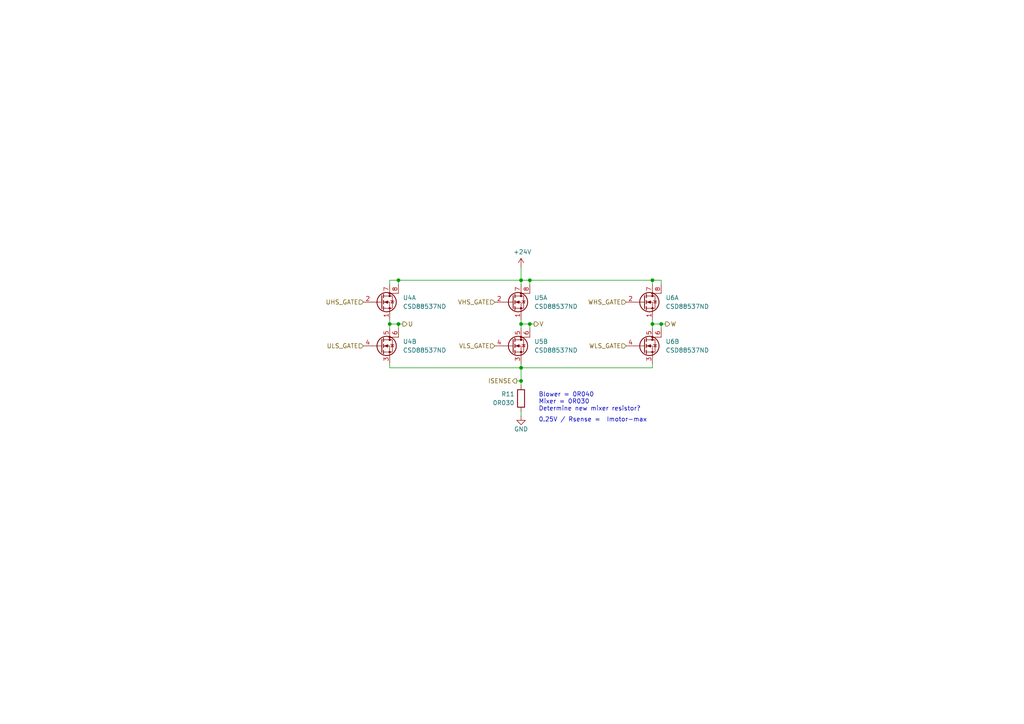
<source format=kicad_sch>
(kicad_sch (version 20211123) (generator eeschema)
  (paper "A4")
  (title_block (title "GD BLDC blower driver") (date "2019-03-11") (rev "v1.1") (company "3devo"))
  (lib_symbols
    (symbol "Device:Q_Dual_NMOS_S1G1S2G2D2D2D1D1" (pin_names (offset 0) hide)
      (property "Reference" "Q" (at 5.08 1.27 0))
      (property "Value" "Q_Dual_NMOS_S1G1S2G2D2D2D1D1" (at 5.08 -1.27 0))
      (symbol "Q_Dual_NMOS_S1G1S2G2D2D2D1D1_0_1"
        (polyline (pts (xy 0.254 0) (xy -2.54 0)))
        (polyline (pts (xy 0.254 1.905) (xy 0.254 -1.905)) (stroke (width 0.254)))
        (polyline (pts (xy 0.762 -1.27) (xy 0.762 -2.286)) (stroke (width 0.254)))
        (polyline (pts (xy 0.762 0.508) (xy 0.762 -0.508)) (stroke (width 0.254)))
        (polyline (pts (xy 0.762 2.286) (xy 0.762 1.27)) (stroke (width 0.254)))
        (polyline (pts (xy 2.54 2.54) (xy 2.54 1.778)))
        (polyline (pts (xy 5.08 2.54) (xy 2.54 2.54)))
        (polyline (pts (xy 2.54 -2.54) (xy 2.54 0) (xy 0.762 0)))
        (polyline (pts (xy 0.762 -1.778) (xy 3.302 -1.778) (xy 3.302 1.778) (xy 0.762 1.778)))
        (polyline (pts (xy 1.016 0) (xy 2.032 0.381) (xy 2.032 -0.381) (xy 1.016 0)) (fill (type outline)))
        (polyline (pts (xy 2.794 0.508) (xy 2.921 0.381) (xy 3.683 0.381) (xy 3.81 0.254)))
        (polyline (pts (xy 3.302 0.381) (xy 2.921 -0.254) (xy 3.683 -0.254) (xy 3.302 0.381)))
        (circle (center 1.651 0) (radius 2.794) (stroke (width 0.254)))
        (circle (center 2.54 -1.778) (radius 0.254) (fill (type outline)))
        (circle (center 2.54 1.778) (radius 0.254) (fill (type outline)))
        (circle (center 2.54 2.54) (radius 0.254) (fill (type outline)))
      )
      (symbol "Q_Dual_NMOS_S1G1S2G2D2D2D1D1_1_1"
        (pin passive line (at 2.54 -5.08 90) (length 2.54) (name "S") (number "1"))
        (pin input line (at -5.08 0 0) (length 2.54) (name "G") (number "2"))
        (pin passive line (at 2.54 5.08 270) (length 2.54) (name "D") (number "7"))
        (pin passive line (at 5.08 5.08 270) (length 2.54) (name "D") (number "8"))
      )
      (symbol "Q_Dual_NMOS_S1G1S2G2D2D2D1D1_2_1"
        (pin passive line (at 2.54 -5.08 90) (length 2.54) (name "S") (number "3"))
        (pin input line (at -5.08 0 0) (length 2.54) (name "G") (number "4"))
        (pin passive line (at 2.54 5.08 270) (length 2.54) (name "D") (number "5"))
        (pin passive line (at 5.08 5.08 270) (length 2.54) (name "D") (number "6"))
      )
    )
    (symbol "Device:R" (pin_numbers hide) (pin_names (offset 0))
      (property "Reference" "R" (at 2.032 0 90))
      (property "Value" "R" (at 0 0 90))
      (symbol "R_0_1"
        (rectangle (start -1.016 -2.54) (end 1.016 2.54) (stroke (width 0.254)))
      )
      (symbol "R_1_1"
        (pin passive line (at 0 3.81 270) (length 1.27) (name "~") (number "1"))
        (pin passive line (at 0 -3.81 90) (length 1.27) (name "~") (number "2"))
      )
    )
    (symbol "power:+24V" (power) (pin_names (offset 0))
      (property "Value" "+24V" (at 0 3.556 0))
      (symbol "+24V_0_1"
        (polyline (pts (xy -0.762 1.27) (xy 0 2.54)))
        (polyline (pts (xy 0 0) (xy 0 2.54)))
        (polyline (pts (xy 0 2.54) (xy 0.762 1.27)))
      )
      (symbol "+24V_1_1"
        (pin power_in line (at 0 0 90) (length 0) hide (name "+24V") (number "1"))
      )
    )
    (symbol "power:GND" (power) (pin_names (offset 0))
      (property "Value" "GND" (at 0 -3.81 0))
      (symbol "GND_0_1"
        (polyline (pts (xy 0 0) (xy 0 -1.27) (xy 1.27 -1.27) (xy 0 -2.54) (xy -1.27 -1.27) (xy 0 -1.27)))
      )
      (symbol "GND_1_1"
        (pin power_in line (at 0 0 270) (length 0) hide (name "GND") (number "1"))
      )
    )
  )
  (junction (at 151.13 110.49))
  (junction (at 153.67 81.28))
  (junction (at 191.77 93.98))
  (junction (at 189.23 81.28))
  (junction (at 189.23 93.98))
  (junction (at 151.13 106.68))
  (junction (at 153.67 93.98))
  (junction (at 115.57 93.98))
  (junction (at 151.13 81.28))
  (junction (at 115.57 81.28))
  (junction (at 151.13 93.98))
  (junction (at 113.03 93.98))
  (wire (pts (xy 151.13 93.98) (xy 151.13 95.25)))
  (wire (pts (xy 113.03 81.28) (xy 113.03 82.55)))
  (wire (pts (xy 153.67 95.25) (xy 153.67 93.98)))
  (wire (pts (xy 151.13 81.28) (xy 153.67 81.28)))
  (wire (pts (xy 191.77 93.98) (xy 193.04 93.98)))
  (wire (pts (xy 115.57 81.28) (xy 151.13 81.28)))
  (wire (pts (xy 151.13 77.47) (xy 151.13 81.28)))
  (wire (pts (xy 153.67 93.98) (xy 154.94 93.98)))
  (wire (pts (xy 191.77 81.28) (xy 191.77 82.55)))
  (wire (pts (xy 151.13 106.68) (xy 189.23 106.68)))
  (wire (pts (xy 115.57 81.28) (xy 115.57 82.55)))
  (wire (pts (xy 151.13 106.68) (xy 151.13 110.49)))
  (wire (pts (xy 151.13 92.71) (xy 151.13 93.98)))
  (wire (pts (xy 113.03 93.98) (xy 113.03 95.25)))
  (wire (pts (xy 113.03 105.41) (xy 113.03 106.68)))
  (wire (pts (xy 189.23 81.28) (xy 189.23 82.55)))
  (wire (pts (xy 153.67 81.28) (xy 153.67 82.55)))
  (wire (pts (xy 113.03 81.28) (xy 115.57 81.28)))
  (wire (pts (xy 191.77 93.98) (xy 189.23 93.98)))
  (wire (pts (xy 115.57 93.98) (xy 116.84 93.98)))
  (wire (pts (xy 151.13 106.68) (xy 151.13 105.41)))
  (wire (pts (xy 189.23 93.98) (xy 189.23 95.25)))
  (wire (pts (xy 115.57 93.98) (xy 113.03 93.98)))
  (wire (pts (xy 151.13 110.49) (xy 151.13 111.76)))
  (wire (pts (xy 189.23 81.28) (xy 191.77 81.28)))
  (wire (pts (xy 113.03 92.71) (xy 113.03 93.98)))
  (wire (pts (xy 153.67 81.28) (xy 189.23 81.28)))
  (wire (pts (xy 189.23 92.71) (xy 189.23 93.98)))
  (wire (pts (xy 151.13 81.28) (xy 151.13 82.55)))
  (wire (pts (xy 189.23 105.41) (xy 189.23 106.68)))
  (wire (pts (xy 151.13 120.65) (xy 151.13 119.38)))
  (wire (pts (xy 153.67 93.98) (xy 151.13 93.98)))
  (wire (pts (xy 149.86 110.49) (xy 151.13 110.49)))
  (wire (pts (xy 191.77 95.25) (xy 191.77 93.98)))
  (wire (pts (xy 115.57 95.25) (xy 115.57 93.98)))
  (wire (pts (xy 113.03 106.68) (xy 151.13 106.68)))
  (text "0.25V / Rsense =  Imotor-max" (at 156.21 122.555 0) (effects (font (size 1.27 1.27)) (justify left bottom)))
  (text "Blower = 0R040\nMixer = 0R030\nDetermine new mixer resistor?" (at 156.21 119.38 0) (effects (font (size 1.27 1.27)) (justify left bottom)))
  (hierarchical_label "WLS_GATE" (shape input) (at 181.61 100.33 180))
  (hierarchical_label "VLS_GATE" (shape input) (at 143.51 100.33 180))
  (hierarchical_label "ULS_GATE" (shape input) (at 105.41 100.33 180))
  (hierarchical_label "W" (shape output) (at 193.04 93.98 0))
  (hierarchical_label "ISENSE" (shape output) (at 149.86 110.49 180))
  (hierarchical_label "WHS_GATE" (shape input) (at 181.61 87.63 180))
  (hierarchical_label "UHS_GATE" (shape input) (at 105.41 87.63 180))
  (hierarchical_label "VHS_GATE" (shape input) (at 143.51 87.63 180))
  (hierarchical_label "V" (shape output) (at 154.94 93.98 0))
  (hierarchical_label "U" (shape output) (at 116.84 93.98 0))
  (symbol (lib_id "Device:Q_Dual_NMOS_S1G1S2G2D2D2D1D1") (at 186.69 100.33 0) (unit 2)
    (property "Reference" "U6" (at 193.04 99.0599 0) (effects (justify left)))
    (property "Value" "CSD88537ND" (at 193.04 101.5999 0) (effects (justify left)))
    (property "Footprint" "Package_SO:SO-8_3.9x4.9mm_P1.27mm" (effects hide))
    (property "Manufacturer" "TI" (effects hide))
    (property "Partnumber" "CSD88537ND" (effects hide))
  )
  (symbol (lib_id "Device:Q_Dual_NMOS_S1G1S2G2D2D2D1D1") (at 148.59 87.63 0) (unit 1)
    (property "Reference" "U5" (at 154.94 86.3599 0) (effects (justify left)))
    (property "Value" "CSD88537ND" (at 154.94 88.8999 0) (effects (justify left)))
    (property "Footprint" "Package_SO:SO-8_3.9x4.9mm_P1.27mm" (effects hide))
    (property "Manufacturer" "TI" (effects hide))
    (property "Partnumber" "CSD88537ND" (effects hide))
  )
  (symbol (lib_id "Device:Q_Dual_NMOS_S1G1S2G2D2D2D1D1") (at 110.49 87.63 0) (unit 1)
    (property "Reference" "U4" (at 116.84 86.3599 0) (effects (justify left)))
    (property "Value" "CSD88537ND" (at 116.84 88.8999 0) (effects (justify left)))
    (property "Footprint" "Package_SO:SO-8_3.9x4.9mm_P1.27mm" (effects hide))
    (property "Manufacturer" "TI" (effects hide))
    (property "Partnumber" "CSD88537ND" (effects hide))
  )
  (symbol (lib_id "Device:Q_Dual_NMOS_S1G1S2G2D2D2D1D1") (at 110.49 100.33 0) (unit 2)
    (property "Reference" "U4" (at 116.84 99.0599 0) (effects (justify left)))
    (property "Value" "CSD88537ND" (at 116.84 101.5999 0) (effects (justify left)))
    (property "Footprint" "Package_SO:SO-8_3.9x4.9mm_P1.27mm" (effects hide))
    (property "Manufacturer" "TI" (effects hide))
    (property "Partnumber" "CSD88537ND" (effects hide))
  )
  (symbol (lib_id "Device:Q_Dual_NMOS_S1G1S2G2D2D2D1D1") (at 186.69 87.63 0) (unit 1)
    (property "Reference" "U6" (at 193.04 86.3599 0) (effects (justify left)))
    (property "Value" "CSD88537ND" (at 193.04 88.8999 0) (effects (justify left)))
    (property "Footprint" "Package_SO:SO-8_3.9x4.9mm_P1.27mm" (effects hide))
    (property "Manufacturer" "TI" (effects hide))
    (property "Partnumber" "CSD88537ND" (effects hide))
  )
  (symbol (lib_id "power:+24V") (at 151.13 77.47 0) (unit 1)
    (property "Reference" "#PWR0155" (effects hide))
    (property "Value" "+24V" (at 151.511 73.0758 0))
  )
  (symbol (lib_id "power:GND") (at 151.13 120.65 0) (unit 1)
    (property "Reference" "#PWR0164" (effects hide))
    (property "Value" "GND" (at 151.13 124.46 0))
  )
  (symbol (lib_id "Device:Q_Dual_NMOS_S1G1S2G2D2D2D1D1") (at 148.59 100.33 0) (unit 2)
    (property "Reference" "U5" (at 154.94 99.0599 0) (effects (justify left)))
    (property "Value" "CSD88537ND" (at 154.94 101.5999 0) (effects (justify left)))
    (property "Footprint" "Package_SO:SO-8_3.9x4.9mm_P1.27mm" (effects hide))
    (property "Manufacturer" "TI" (effects hide))
    (property "Partnumber" "CSD88537ND" (effects hide))
  )
  (symbol (lib_id "Device:R") (at 151.13 115.57 180) (unit 1)
    (property "Reference" "R11" (at 147.32 114.3 0))
    (property "Value" "0R030" (at 146.05 116.84 0))
    (property "Footprint" "Resistor_SMD:R_2512_6332Metric" (effects hide))
    (property "Manufacturer" "Bourns" (effects hide))
    (property "Partnumber" "CRA2512-FZ-R030ELF" (effects hide))
  )
)
</source>
